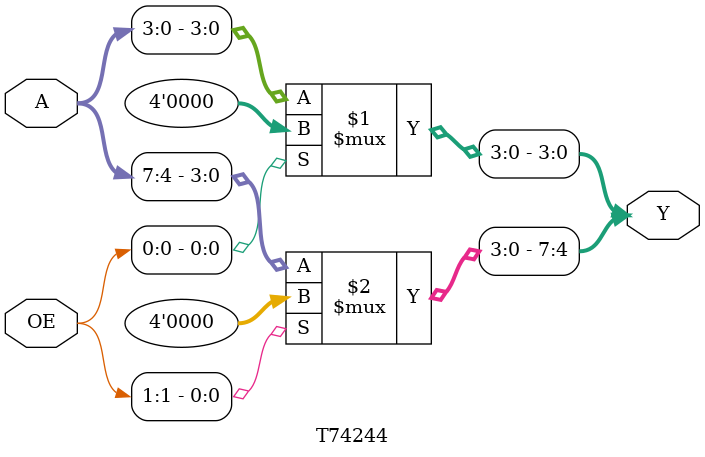
<source format=v>

module T74244(
  input [7:0] A,
  input [1:0] OE,
  output [7:0] Y
);

assign Y = {
  OE[1] ? 4'd0 : A[7:4],
  OE[0] ? 4'd0 : A[3:0]
};

endmodule

</source>
